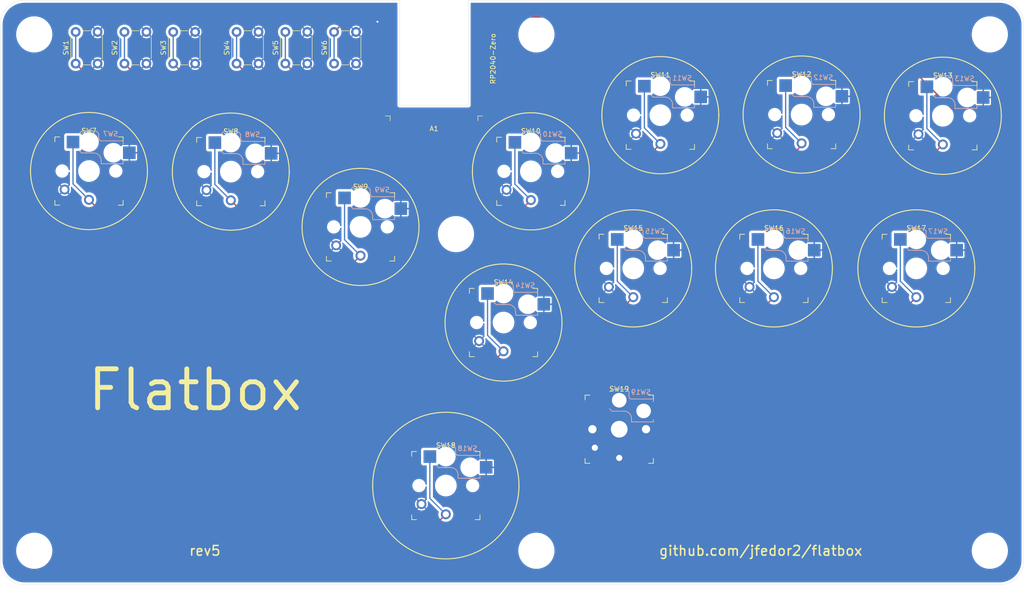
<source format=kicad_pcb>
(kicad_pcb (version 20221018) (generator pcbnew)
  (layers (0 "F.Cu" signal) (31 "B.Cu" signal) (34 "B.Paste" user) (35 "F.Paste" user) (36 "B.SilkS" user "B.Silkscreen") (37 "F.SilkS" user "F.Silkscreen") (38 "B.Mask" user) (39 "F.Mask" user) (44 "Edge.Cuts" user))
  (net 0 "")
  (net 1 "GND")
  (net 2 "LEFT")
  (net 3 "DOWN")
  (net 4 "RIGHT")
  (net 5 "UP")
  (net 6 "L1")
  (net 7 "R1")
  (net 8 "TRIANGLE")
  (net 9 "SQUARE")
  (net 10 "CIRCLE")
  (net 11 "CROSS")
  (net 12 "R2")
  (net 13 "L2")
  (net 14 "OPT1")
  (net 15 "OPT2")
  (net 16 "OPT3")
  (net 17 "OPT4")
  (net 18 "OPT5")
  (net 19 "OPT6")
  (net 21 "ADD")
  (footprint "Kailh:Kailh_socket_PG1350_optional" (layer "F.Cu") (at 87.32 65.17)
    (fp_text reference "SW8" (at 0 -8.255) (layer "F.SilkS"))
    (fp_text value "SW_Push")
    (fp_text user "${REFERENCE}" (at 4.445 -7.62) (layer "B.SilkS") (effects (justify mirror)))
    (pad "" np_thru_hole circle (at -5.5 0) (size 1.7018 1.7018) (drill 1.7018) (layers "*.Cu" "*.Mask"))
    (pad "" np_thru_hole circle (at 0 -5.95) (size 3 3) (drill 3) (layers "*.Cu" "*.Mask"))
    (pad "" np_thru_hole circle (at 0 0) (size 3.429 3.429) (drill 3.429) (layers "*.Cu" "*.Mask"))
    (pad "" np_thru_hole circle (at 5 -3.75) (size 3 3) (drill 3) (layers "*.Cu" "*.Mask"))
    (pad "" np_thru_hole circle (at 5.5 0) (size 1.7018 1.7018) (drill 1.7018) (layers "*.Cu" "*.Mask"))
    (pad "1" smd rect (at -3.275 -5.95) (size 2.6 2.6) (layers "B.Cu" "B.Paste" "B.Mask") (net 3 "DOWN"))
    (pad "1" thru_hole circle (at 0 5.9) (size 2.032 2.032) (drill 1.27) (layers "*.Cu" "*.Mask") (net 3 "DOWN"))
    (pad "2" thru_hole circle (at -5 3.8) (size 2.032 2.032) (drill 1.27) (layers "*.Cu" "*.Mask") (net 1 "GND"))
    (pad "2" smd rect (at 8.275 -3.75) (size 2.6 2.6) (layers "B.Cu" "B.Paste" "B.Mask") (net 1 "GND"))
  )
  (footprint "Kailh:Kailh_socket_PG1350_optional" (layer "F.Cu") (at 113.92 76.52)
    (fp_text reference "SW9" (at 0 -8.255) (layer "F.SilkS"))
    (fp_text value "SW_Push")
    (fp_text user "${REFERENCE}" (at 4.445 -7.62) (layer "B.SilkS") (effects (justify mirror)))
    (pad "" np_thru_hole circle (at -5.5 0) (size 1.7018 1.7018) (drill 1.7018) (layers "*.Cu" "*.Mask"))
    (pad "" np_thru_hole circle (at 0 -5.95) (size 3 3) (drill 3) (layers "*.Cu" "*.Mask"))
    (pad "" np_thru_hole circle (at 0 0) (size 3.429 3.429) (drill 3.429) (layers "*.Cu" "*.Mask"))
    (pad "" np_thru_hole circle (at 5 -3.75) (size 3 3) (drill 3) (layers "*.Cu" "*.Mask"))
    (pad "" np_thru_hole circle (at 5.5 0) (size 1.7018 1.7018) (drill 1.7018) (layers "*.Cu" "*.Mask"))
    (pad "1" smd rect (at -3.275 -5.95) (size 2.6 2.6) (layers "B.Cu" "B.Paste" "B.Mask") (net 4 "RIGHT"))
    (pad "1" thru_hole circle (at 0 5.9) (size 2.032 2.032) (drill 1.27) (layers "*.Cu" "*.Mask") (net 4 "RIGHT"))
    (pad "2" thru_hole circle (at -5 3.8) (size 2.032 2.032) (drill 1.27) (layers "*.Cu" "*.Mask") (net 1 "GND"))
    (pad "2" smd rect (at 8.275 -3.75) (size 2.6 2.6) (layers "B.Cu" "B.Paste" "B.Mask") (net 1 "GND"))
  )
  (footprint "Kailh:Kailh_socket_PG1350_optional" (layer "F.Cu") (at 131.42 129.62)
    (fp_text reference "SW18" (at 0 -8.255) (layer "F.SilkS"))
    (fp_text value "SW_Push")
    (fp_text user "${REFERENCE}" (at 4.445 -7.62) (layer "B.SilkS") (effects (justify mirror)))
    (pad "" np_thru_hole circle (at -5.5 0) (size 1.7018 1.7018) (drill 1.7018) (layers "*.Cu" "*.Mask"))
    (pad "" np_thru_hole circle (at 0 -5.95) (size 3 3) (drill 3) (layers "*.Cu" "*.Mask"))
    (pad "" np_thru_hole circle (at 0 0) (size 3.429 3.429) (drill 3.429) (layers "*.Cu" "*.Mask"))
    (pad "" np_thru_hole circle (at 5 -3.75) (size 3 3) (drill 3) (layers "*.Cu" "*.Mask"))
    (pad "" np_thru_hole circle (at 5.5 0) (size 1.7018 1.7018) (drill 1.7018) (layers "*.Cu" "*.Mask"))
    (pad "1" smd rect (at -3.275 -5.95) (size 2.6 2.6) (layers "B.Cu" "B.Paste" "B.Mask") (net 5 "UP"))
    (pad "1" thru_hole circle (at 0 5.9) (size 2.032 2.032) (drill 1.27) (layers "*.Cu" "*.Mask") (net 5 "UP"))
    (pad "2" thru_hole circle (at -5 3.8) (size 2.032 2.032) (drill 1.27) (layers "*.Cu" "*.Mask") (net 1 "GND"))
    (pad "2" smd rect (at 8.275 -3.75) (size 2.6 2.6) (layers "B.Cu" "B.Paste" "B.Mask") (net 1 "GND"))
  )
  (footprint "Kailh:Kailh_socket_PG1350_optional" (layer "F.Cu") (at 148.86 65.11)
    (fp_text reference "SW10" (at 0 -8.255) (layer "F.SilkS"))
    (fp_text value "SW_Push")
    (fp_text user "${REFERENCE}" (at 4.445 -7.62) (layer "B.SilkS") (effects (justify mirror)))
    (pad "" np_thru_hole circle (at -5.5 0) (size 1.7018 1.7018) (drill 1.7018) (layers "*.Cu" "*.Mask"))
    (pad "" np_thru_hole circle (at 0 -5.95) (size 3 3) (drill 3) (layers "*.Cu" "*.Mask"))
    (pad "" np_thru_hole circle (at 0 0) (size 3.429 3.429) (drill 3.429) (layers "*.Cu" "*.Mask"))
    (pad "" np_thru_hole circle (at 5 -3.75) (size 3 3) (drill 3) (layers "*.Cu" "*.Mask"))
    (pad "" np_thru_hole circle (at 5.5 0) (size 1.7018 1.7018) (drill 1.7018) (layers "*.Cu" "*.Mask"))
    (pad "1" smd rect (at -3.275 -5.95) (size 2.6 2.6) (layers "B.Cu" "B.Paste" "B.Mask") (net 9 "SQUARE"))
    (pad "1" thru_hole circle (at 0 5.9) (size 2.032 2.032) (drill 1.27) (layers "*.Cu" "*.Mask") (net 9 "SQUARE"))
    (pad "2" thru_hole circle (at -5 3.8) (size 2.032 2.032) (drill 1.27) (layers "*.Cu" "*.Mask") (net 1 "GND"))
    (pad "2" smd rect (at 8.275 -3.75) (size 2.6 2.6) (layers "B.Cu" "B.Paste" "B.Mask") (net 1 "GND"))
  )
  (footprint "Kailh:Kailh_socket_PG1350_optional" (layer "F.Cu") (at 175.42 53.58)
    (fp_text reference "SW11" (at 0 -8.255) (layer "F.SilkS"))
    (fp_text value "SW_Push")
    (fp_text user "${REFERENCE}" (at 4.445 -7.62) (layer "B.SilkS") (effects (justify mirror)))
    (pad "" np_thru_hole circle (at -5.5 0) (size 1.7018 1.7018) (drill 1.7018) (layers "*.Cu" "*.Mask"))
    (pad "" np_thru_hole circle (at 0 -5.95) (size 3 3) (drill 3) (layers "*.Cu" "*.Mask"))
    (pad "" np_thru_hole circle (at 0 0) (size 3.429 3.429) (drill 3.429) (layers "*.Cu" "*.Mask"))
    (pad "" np_thru_hole circle (at 5 -3.75) (size 3 3) (drill 3) (layers "*.Cu" "*.Mask"))
    (pad "" np_thru_hole circle (at 5.5 0) (size 1.7018 1.7018) (drill 1.7018) (layers "*.Cu" "*.Mask"))
    (pad "1" smd rect (at -3.275 -5.95) (size 2.6 2.6) (layers "B.Cu" "B.Paste" "B.Mask") (net 8 "TRIANGLE"))
    (pad "1" thru_hole circle (at 0 5.9) (size 2.032 2.032) (drill 1.27) (layers "*.Cu" "*.Mask") (net 8 "TRIANGLE"))
    (pad "2" thru_hole circle (at -5 3.8) (size 2.032 2.032) (drill 1.27) (layers "*.Cu" "*.Mask") (net 1 "GND"))
    (pad "2" smd rect (at 8.275 -3.75) (size 2.6 2.6) (layers "B.Cu" "B.Paste" "B.Mask") (net 1 "GND"))
  )
  (footprint "Kailh:Kailh_socket_PG1350_optional" (layer "F.Cu") (at 204.39 53.46)
    (fp_text reference "SW12" (at 0 -8.255) (layer "F.SilkS"))
    (fp_text value "SW_Push")
    (fp_text user "${REFERENCE}" (at 4.445 -7.62) (layer "B.SilkS") (effects (justify mirror)))
    (pad "" np_thru_hole circle (at -5.5 0) (size 1.7018 1.7018) (drill 1.7018) (layers "*.Cu" "*.Mask"))
    (pad "" np_thru_hole circle (at 0 -5.95) (size 3 3) (drill 3) (layers "*.Cu" "*.Mask"))
    (pad "" np_thru_hole circle (at 0 0) (size 3.429 3.429) (drill 3.429) (layers "*.Cu" "*.Mask"))
    (pad "" np_thru_hole circle (at 5 -3.75) (size 3 3) (drill 3) (layers "*.Cu" "*.Mask"))
    (pad "" np_thru_hole circle (at 5.5 0) (size 1.7018 1.7018) (drill 1.7018) (layers "*.Cu" "*.Mask"))
    (pad "1" smd rect (at -3.275 -5.95) (size 2.6 2.6) (layers "B.Cu" "B.Paste" "B.Mask") (net 7 "R1"))
    (pad "1" thru_hole circle (at 0 5.9) (size 2.032 2.032) (drill 1.27) (layers "*.Cu" "*.Mask") (net 7 "R1"))
    (pad "2" thru_hole circle (at -5 3.8) (size 2.032 2.032) (drill 1.27) (layers "*.Cu" "*.Mask") (net 1 "GND"))
    (pad "2" smd rect (at 8.275 -3.75) (size 2.6 2.6) (layers "B.Cu" "B.Paste" "B.Mask") (net 1 "GND"))
  )
  (footprint "Kailh:Kailh_socket_PG1350_optional" (layer "F.Cu") (at 233.36 53.7)
    (fp_text reference "SW13" (at 0 -8.255) (layer "F.SilkS"))
    (fp_text value "SW_Push")
    (fp_text user "${REFERENCE}" (at 4.445 -7.62) (layer "B.SilkS") (effects (justify mirror)))
    (pad "" np_thru_hole circle (at -5.5 0) (size 1.7018 1.7018) (drill 1.7018) (layers "*.Cu" "*.Mask"))
    (pad "" np_thru_hole circle (at 0 -5.95) (size 3 3) (drill 3) (layers "*.Cu" "*.Mask"))
    (pad "" np_thru_hole circle (at 0 0) (size 3.429 3.429) (drill 3.429) (layers "*.Cu" "*.Mask"))
    (pad "" np_thru_hole circle (at 5 -3.75) (size 3 3) (drill 3) (layers "*.Cu" "*.Mask"))
    (pad "" np_thru_hole circle (at 5.5 0) (size 1.7018 1.7018) (drill 1.7018) (layers "*.Cu" "*.Mask"))
    (pad "1" smd rect (at -3.275 -5.95) (size 2.6 2.6) (layers "B.Cu" "B.Paste" "B.Mask") (net 6 "L1"))
    (pad "1" thru_hole circle (at 0 5.9) (size 2.032 2.032) (drill 1.27) (layers "*.Cu" "*.Mask") (net 6 "L1"))
    (pad "2" thru_hole circle (at -5 3.8) (size 2.032 2.032) (drill 1.27) (layers "*.Cu" "*.Mask") (net 1 "GND"))
    (pad "2" smd rect (at 8.275 -3.75) (size 2.6 2.6) (layers "B.Cu" "B.Paste" "B.Mask") (net 1 "GND"))
  )
  (footprint "Kailh:Kailh_socket_PG1350_optional" (layer "F.Cu") (at 143.25 96.15)
    (fp_text reference "SW14" (at 0 -8.255) (layer "F.SilkS"))
    (fp_text value "SW_Push")
    (fp_text user "${REFERENCE}" (at 4.445 -7.62) (layer "B.SilkS") (effects (justify mirror)))
    (pad "" np_thru_hole circle (at -5.5 0) (size 1.7018 1.7018) (drill 1.7018) (layers "*.Cu" "*.Mask"))
    (pad "" np_thru_hole circle (at 0 -5.95) (size 3 3) (drill 3) (layers "*.Cu" "*.Mask"))
    (pad "" np_thru_hole circle (at 0 0) (size 3.429 3.429) (drill 3.429) (layers "*.Cu" "*.Mask"))
    (pad "" np_thru_hole circle (at 5 -3.75) (size 3 3) (drill 3) (layers "*.Cu" "*.Mask"))
    (pad "" np_thru_hole circle (at 5.5 0) (size 1.7018 1.7018) (drill 1.7018) (layers "*.Cu" "*.Mask"))
    (pad "1" smd rect (at -3.275 -5.95) (size 2.6 2.6) (layers "B.Cu" "B.Paste" "B.Mask") (net 11 "CROSS"))
    (pad "1" thru_hole circle (at 0 5.9) (size 2.032 2.032) (drill 1.27) (layers "*.Cu" "*.Mask") (net 11 "CROSS"))
    (pad "2" thru_hole circle (at -5 3.8) (size 2.032 2.032) (drill 1.27) (layers "*.Cu" "*.Mask") (net 1 "GND"))
    (pad "2" smd rect (at 8.275 -3.75) (size 2.6 2.6) (layers "B.Cu" "B.Paste" "B.Mask") (net 1 "GND"))
  )
  (footprint "Kailh:Kailh_socket_PG1350_optional" (layer "F.Cu") (at 169.86 85.04)
    (fp_text reference "SW15" (at 0 -8.255) (layer "F.SilkS"))
    (fp_text value "SW_Push")
    (fp_text user "${REFERENCE}" (at 4.445 -7.62) (layer "B.SilkS") (effects (justify mirror)))
    (pad "" np_thru_hole circle (at -5.5 0) (size 1.7018 1.7018) (drill 1.7018) (layers "*.Cu" "*.Mask"))
    (pad "" np_thru_hole circle (at 0 -5.95) (size 3 3) (drill 3) (layers "*.Cu" "*.Mask"))
    (pad "" np_thru_hole circle (at 0 0) (size 3.429 3.429) (drill 3.429) (layers "*.Cu" "*.Mask"))
    (pad "" np_thru_hole circle (at 5 -3.75) (size 3 3) (drill 3) (layers "*.Cu" "*.Mask"))
    (pad "" np_thru_hole circle (at 5.5 0) (size 1.7018 1.7018) (drill 1.7018) (layers "*.Cu" "*.Mask"))
    (pad "1" smd rect (at -3.275 -5.95) (size 2.6 2.6) (layers "B.Cu" "B.Paste" "B.Mask") (net 10 "CIRCLE"))
    (pad "1" thru_hole circle (at 0 5.9) (size 2.032 2.032) (drill 1.27) (layers "*.Cu" "*.Mask") (net 10 "CIRCLE"))
    (pad "2" thru_hole circle (at -5 3.8) (size 2.032 2.032) (drill 1.27) (layers "*.Cu" "*.Mask") (net 1 "GND"))
    (pad "2" smd rect (at 8.275 -3.75) (size 2.6 2.6) (layers "B.Cu" "B.Paste" "B.Mask") (net 1 "GND"))
  )
  (footprint "Kailh:Kailh_socket_PG1350_optional" (layer "F.Cu") (at 198.71 85.04)
    (fp_text reference "SW16" (at 0 -8.255) (layer "F.SilkS"))
    (fp_text value "SW_Push")
    (fp_text user "${REFERENCE}" (at 4.445 -7.62) (layer "B.SilkS") (effects (justify mirror)))
    (pad "" np_thru_hole circle (at -5.5 0) (size 1.7018 1.7018) (drill 1.7018) (layers "*.Cu" "*.Mask"))
    (pad "" np_thru_hole circle (at 0 -5.95) (size 3 3) (drill 3) (layers "*.Cu" "*.Mask"))
    (pad "" np_thru_hole circle (at 0 0) (size 3.429 3.429) (drill 3.429) (layers "*.Cu" "*.Mask"))
    (pad "" np_thru_hole circle (at 5 -3.75) (size 3 3) (drill 3) (layers "*.Cu" "*.Mask"))
    (pad "" np_thru_hole circle (at 5.5 0) (size 1.7018 1.7018) (drill 1.7018) (layers "*.Cu" "*.Mask"))
    (pad "1" smd rect (at -3.275 -5.95) (size 2.6 2.6) (layers "B.Cu" "B.Paste" "B.Mask") (net 12 "R2"))
    (pad "1" thru_hole circle (at 0 5.9) (size 2.032 2.032) (drill 1.27) (layers "*.Cu" "*.Mask") (net 12 "R2"))
    (pad "2" thru_hole circle (at -5 3.8) (size 2.032 2.032) (drill 1.27) (layers "*.Cu" "*.Mask") (net 1 "GND"))
    (pad "2" smd rect (at 8.275 -3.75) (size 2.6 2.6) (layers "B.Cu" "B.Paste" "B.Mask") (net 1 "GND"))
  )
  (footprint "Kailh:Kailh_socket_PG1350_optional" (layer "F.Cu") (at 227.92 85.04)
    (fp_text reference "SW17" (at 0 -8.255) (layer "F.SilkS"))
    (fp_text value "SW_Push")
    (fp_text user "${REFERENCE}" (at 4.445 -7.62) (layer "B.SilkS") (effects (justify mirror)))
    (pad "" np_thru_hole circle (at -5.5 0) (size 1.7018 1.7018) (drill 1.7018) (layers "*.Cu" "*.Mask"))
    (pad "" np_thru_hole circle (at 0 -5.95) (size 3 3) (drill 3) (layers "*.Cu" "*.Mask"))
    (pad "" np_thru_hole circle (at 0 0) (size 3.429 3.429) (drill 3.429) (layers "*.Cu" "*.Mask"))
    (pad "" np_thru_hole circle (at 5 -3.75) (size 3 3) (drill 3) (layers "*.Cu" "*.Mask"))
    (pad "" np_thru_hole circle (at 5.5 0) (size 1.7018 1.7018) (drill 1.7018) (layers "*.Cu" "*.Mask"))
    (pad "1" smd rect (at -3.275 -5.95) (size 2.6 2.6) (layers "B.Cu" "B.Paste" "B.Mask") (net 13 "L2"))
    (pad "1" thru_hole circle (at 0 5.9) (size 2.032 2.032) (drill 1.27) (layers "*.Cu" "*.Mask") (net 13 "L2"))
    (pad "2" thru_hole circle (at -5 3.8) (size 2.032 2.032) (drill 1.27) (layers "*.Cu" "*.Mask") (net 1 "GND"))
    (pad "2" smd rect (at 8.275 -3.75) (size 2.6 2.6) (layers "B.Cu" "B.Paste" "B.Mask") (net 1 "GND"))
  )
  (footprint "MountingHole:MountingHole_6.4mm_M6" (layer "F.Cu") (at 47 37)
    (fp_text reference "H1" hide)
    (fp_text value "MountingHole")
    (pad "" np_thru_hole circle (at 0 0) (size 6.4 6.4) (drill 6.4) (layers "*.Cu" "*.Mask"))
  )
  (footprint "MountingHole:MountingHole_6.4mm_M6" (layer "F.Cu") (at 47 143)
    (fp_text reference "H4" hide)
    (fp_text value "MountingHole")
    (pad "" np_thru_hole circle (at 0 0) (size 6.4 6.4) (drill 6.4) (layers "*.Cu" "*.Mask"))
  )
  (footprint "MountingHole:MountingHole_6.4mm_M6" (layer "F.Cu") (at 243 143)
    (fp_text reference "H6" hide)
    (fp_text value "MountingHole")
    (pad "" np_thru_hole circle (at 0 0) (size 6.4 6.4) (drill 6.4) (layers "*.Cu" "*.Mask"))
  )
  (footprint "MountingHole:MountingHole_6.4mm_M6" (layer "F.Cu") (at 243 37)
    (fp_text reference "H3" hide)
    (fp_text value "MountingHole")
    (pad "" np_thru_hole circle (at 0 0) (size 6.4 6.4) (drill 6.4) (layers "*.Cu" "*.Mask"))
  )
  (footprint "Kailh:Kailh_socket_PG1350_optional" (layer "F.Cu") (at 58.225 65.05)
    (fp_text reference "SW7" (at 0 -8.255) (layer "F.SilkS"))
    (fp_text value "SW_Push")
    (fp_text user "${REFERENCE}" (at 4.445 -7.62) (layer "B.SilkS") (effects (justify mirror)))
    (pad "" np_thru_hole circle (at -5.5 0) (size 1.7018 1.7018) (drill 1.7018) (layers "*.Cu" "*.Mask"))
    (pad "" np_thru_hole circle (at 0 -5.95) (size 3 3) (drill 3) (layers "*.Cu" "*.Mask"))
    (pad "" np_thru_hole circle (at 0 0) (size 3.429 3.429) (drill 3.429) (layers "*.Cu" "*.Mask"))
    (pad "" np_thru_hole circle (at 5 -3.75) (size 3 3) (drill 3) (layers "*.Cu" "*.Mask"))
    (pad "" np_thru_hole circle (at 5.5 0) (size 1.7018 1.7018) (drill 1.7018) (layers "*.Cu" "*.Mask"))
    (pad "1" smd rect (at -3.275 -5.95) (size 2.6 2.6) (layers "B.Cu" "B.Paste" "B.Mask") (net 2 "LEFT"))
    (pad "1" thru_hole circle (at 0 5.9) (size 2.032 2.032) (drill 1.27) (layers "*.Cu" "*.Mask") (net 2 "LEFT"))
    (pad "2" thru_hole circle (at -5 3.8) (size 2.032 2.032) (drill 1.27) (layers "*.Cu" "*.Mask") (net 1 "GND"))
    (pad "2" smd rect (at 8.275 -3.75) (size 2.6 2.6) (layers "B.Cu" "B.Paste" "B.Mask") (net 1 "GND"))
  )
  (footprint "MountingHole:MountingHole_6.4mm_M6" (layer "F.Cu") (at 150 37)
    (fp_text reference "H2" hide)
    (fp_text value "MountingHole")
    (pad "" np_thru_hole circle (at 0 0) (size 6.4 6.4) (drill 6.4) (layers "*.Cu" "*.Mask"))
  )
  (footprint "Button_Switch_THT:SW_PUSH_6mm_H5mm" (layer "F.Cu") (at 88.5 43 90)
    (fp_text reference "SW4" (at 3.25 -2 90) (layer "F.SilkS"))
    (fp_text value "SW_Push")
    (pad "1" thru_hole circle (at 0 0 180) (size 2 2) (drill 1.1) (layers "*.Cu" "*.Mask") (net 17 "OPT4"))
    (pad "1" thru_hole circle (at 6.5 0 180) (size 2 2) (drill 1.1) (layers "*.Cu" "*.Mask") (net 17 "OPT4"))
    (pad "2" thru_hole circle (at 0 4.5 180) (size 2 2) (drill 1.1) (layers "*.Cu" "*.Mask") (net 1 "GND"))
    (pad "2" thru_hole circle (at 6.5 4.5 180) (size 2 2) (drill 1.1) (layers "*.Cu" "*.Mask") (net 1 "GND"))
  )
  (footprint "Button_Switch_THT:SW_PUSH_6mm_H5mm" (layer "F.Cu") (at 65.5 43 90)
    (fp_text reference "SW2" (at 3.25 -2 90) (layer "F.SilkS"))
    (fp_text value "SW_Push")
    (pad "1" thru_hole circle (at 0 0 180) (size 2 2) (drill 1.1) (layers "*.Cu" "*.Mask") (net 15 "OPT2"))
    (pad "1" thru_hole circle (at 6.5 0 180) (size 2 2) (drill 1.1) (layers "*.Cu" "*.Mask") (net 15 "OPT2"))
    (pad "2" thru_hole circle (at 0 4.5 180) (size 2 2) (drill 1.1) (layers "*.Cu" "*.Mask") (net 1 "GND"))
    (pad "2" thru_hole circle (at 6.5 4.5 180) (size 2 2) (drill 1.1) (layers "*.Cu" "*.Mask") (net 1 "GND"))
  )
  (footprint "Button_Switch_THT:SW_PUSH_6mm_H5mm" (layer "F.Cu") (at 98.5 43 90)
    (fp_text reference "SW5" (at 3.25 -2 90) (layer "F.SilkS"))
    (fp_text value "SW_Push")
    (pad "1" thru_hole circle (at 0 0 180) (size 2 2) (drill 1.1) (layers "*.Cu" "*.Mask") (net 18 "OPT5"))
    (pad "1" thru_hole circle (at 6.5 0 180) (size 2 2) (drill 1.1) (layers "*.Cu" "*.Mask") (net 18 "OPT5"))
    (pad "2" thru_hole circle (at 0 4.5 180) (size 2 2) (drill 1.1) (layers "*.Cu" "*.Mask") (net 1 "GND"))
    (pad "2" thru_hole circle (at 6.5 4.5 180) (size 2 2) (drill 1.1) (layers "*.Cu" "*.Mask") (net 1 "GND"))
  )
  (footprint "Button_Switch_THT:SW_PUSH_6mm_H5mm" (layer "F.Cu") (at 55.5 43 90)
    (fp_text reference "SW1" (at 3.25 -2 90) (layer "F.SilkS"))
    (fp_text value "SW_Push")
    (pad "1" thru_hole circle (at 0 0 180) (size 2 2) (drill 1.1) (layers "*.Cu" "*.Mask") (net 14 "OPT1"))
    (pad "1" thru_hole circle (at 6.5 0 180) (size 2 2) (drill 1.1) (layers "*.Cu" "*.Mask") (net 14 "OPT1"))
    (pad "2" thru_hole circle (at 0 4.5 180) (size 2 2) (drill 1.1) (layers "*.Cu" "*.Mask") (net 1 "GND"))
    (pad "2" thru_hole circle (at 6.5 4.5 180) (size 2 2) (drill 1.1) (layers "*.Cu" "*.Mask") (net 1 "GND"))
  )
  (footprint "Button_Switch_THT:SW_PUSH_6mm_H5mm" (layer "F.Cu") (at 75.5 43 90)
    (fp_text reference "SW3" (at 3.25 -2 90) (layer "F.SilkS"))
    (fp_text value "SW_Push")
    (pad "1" thru_hole circle (at 0 0 180) (size 2 2) (drill 1.1) (layers "*.Cu" "*.Mask") (net 16 "OPT3"))
    (pad "1" thru_hole circle (at 6.5 0 180) (size 2 2) (drill 1.1) (layers "*.Cu" "*.Mask") (net 16 "OPT3"))
    (pad "2" thru_hole circle (at 0 4.5 180) (size 2 2) (drill 1.1) (layers "*.Cu" "*.Mask") (net 1 "GND"))
    (pad "2" thru_hole circle (at 6.5 4.5 180) (size 2 2) (drill 1.1) (layers "*.Cu" "*.Mask") (net 1 "GND"))
  )
  (footprint "Button_Switch_THT:SW_PUSH_6mm_H5mm" (layer "F.Cu") (at 108.5 43 90)
    (fp_text reference "SW6" (at 3.25 -2 90) (layer "F.SilkS"))
    (fp_text value "SW_Push")
    (pad "1" thru_hole circle (at 0 0 180) (size 2 2) (drill 1.1) (layers "*.Cu" "*.Mask") (net 19 "OPT6"))
    (pad "1" thru_hole circle (at 6.5 0 180) (size 2 2) (drill 1.1) (layers "*.Cu" "*.Mask") (net 19 "OPT6"))
    (pad "2" thru_hole circle (at 0 4.5 180) (size 2 2) (drill 1.1) (layers "*.Cu" "*.Mask") (net 1 "GND"))
    (pad "2" thru_hole circle (at 6.5 4.5 180) (size 2 2) (drill 1.1) (layers "*.Cu" "*.Mask") (net 1 "GND"))
  )
  (footprint "MountingHole:MountingHole_6.4mm_M6" (layer "F.Cu") (at 133.5 78)
    (fp_text reference "H7" hide)
    (fp_text value "MountingHole")
    (pad "" np_thru_hole circle (at 0 0) (size 6.4 6.4) (drill 6.4) (layers "*.Cu" "*.Mask"))
  )
  (footprint "MountingHole:MountingHole_6.4mm_M6" (layer "F.Cu") (at 150 143)
    (fp_text reference "H5" hide)
    (fp_text value "MountingHole")
    (pad "" np_thru_hole circle (at 0 0) (size 6.4 6.4) (drill 6.4) (layers "*.Cu" "*.Mask"))
  )
  (footprint "RP2040-Zero:RP2040-Zero" (layer "F.Cu") (at 129 42)
    (fp_text reference "A1" (at 0 14.35 unlocked) (layer "F.SilkS"))
    (fp_text value "RP2040-Zero")
    (pad "1" smd roundrect (at 9.16 -10.16 180) (size 3 1.524) (layers "F.Cu" "F.Paste" "F.Mask"))
    (pad "2" smd roundrect (at 9.16 -7.62 180) (size 3 1.524) (layers "F.Cu" "F.Paste" "F.Mask") (net 21 "ADD"))
    (pad "3" smd roundrect (at 9.16 -5.08 180) (size 3 1.524) (layers "F.Cu" "F.Paste" "F.Mask") (net 6 "L1"))
    (pad "4" smd roundrect (at 9.16 -2.54 180) (size 3 1.524) (layers "F.Cu" "F.Paste" "F.Mask") (net 13 "L2"))
    (pad "5" smd roundrect (at 9.16 0 180) (size 3 1.524) (layers "F.Cu" "F.Paste" "F.Mask") (net 7 "R1"))
    (pad "6" smd roundrect (at 9.16 2.54 180) (size 3 1.524) (layers "F.Cu" "F.Paste" "F.Mask") (net 12 "R2"))
    (pad "7" smd roundrect (at 9.16 5.08 180) (size 3 1.524) (layers "F.Cu" "F.Paste" "F.Mask") (net 8 "TRIANGLE"))
    (pad "8" smd roundrect (at 9.16 7.62 180) (size 3 1.524) (layers "F.Cu" "F.Paste" "F.Mask") (net 10 "CIRCLE"))
    (pad "9" smd roundrect (at 9.16 10.16 180) (size 3 1.524) (layers "F.Cu" "F.Paste" "F.Mask") (net 9 "SQUARE"))
    (pad "10" smd roundrect (at 5.08 11.7 270) (size 3 1.524) (layers "F.Cu" "F.Paste" "F.Mask") (net 11 "CROSS"))
    (pad "11" smd roundrect (at 2.54 11.7 270) (size 3 1.524) (layers "F.Cu" "F.Paste" "F.Mask") (net 5 "UP"))
    (pad "12" smd roundrect (at 0 11.7 270) (size 3 1.524) (layers "F.Cu" "F.Paste" "F.Mask") (net 4 "RIGHT"))
    (pad "13" smd roundrect (at -2.54 11.7 270) (size 3 1.524) (layers "F.Cu" "F.Paste" "F.Mask") (net 3 "DOWN"))
    (pad "14" smd roundrect (at -5.08 11.7 90) (size 3 1.524) (layers "F.Cu" "F.Paste" "F.Mask") (net 2 "LEFT"))
    (pad "15" smd roundrect (at -9.16 10.16 180) (size 3 1.524) (layers "F.Cu" "F.Paste" "F.Mask") (net 14 "OPT1"))
    (pad "16" smd roundrect (at -9.16 7.62 180) (size 3 1.524) (layers "F.Cu" "F.Paste" "F.Mask") (net 15 "OPT2"))
    (pad "17" smd roundrect (at -9.16 5.08 180) (size 3 1.524) (layers "F.Cu" "F.Paste" "F.Mask") (net 16 "OPT3"))
    (pad "18" smd roundrect (at -9.16 2.54 180) (size 3 1.524) (layers "F.Cu" "F.Paste" "F.Mask") (net 17 "OPT4"))
    (pad "19" smd roundrect (at -9.16 0 180) (size 3 1.524) (layers "F.Cu" "F.Paste" "F.Mask") (net 18 "OPT5"))
    (pad "20" smd roundrect (at -9.16 -2.54 180) (size 3 1.524) (layers "F.Cu" "F.Paste" "F.Mask") (net 19 "OPT6"))
    (pad "21" smd roundrect (at -9.16 -5.08 180) (size 3 1.524) (layers "F.Cu" "F.Paste" "F.Mask"))
    (pad "22" smd roundrect (at -9.16 -10.16 180) (size 3 1.524) (layers "F.Cu" "F.Paste" "F.Mask"))
    (pad "23" smd roundrect (at -9.16 -7.62 180) (size 3 1.524) (layers "F.Cu" "F.Paste" "F.Mask") (net 1 "GND"))
  )
  (footprint "Kailh:Kailh_socket_PG1350_optional" (layer "F.Cu") (at 166.985 118.05)
    (fp_text reference "SW19" (at 0 -8.255) (layer "F.SilkS"))
    (fp_text value "SW_Push")
    (fp_text user "${REFERENCE}" (at 4.445 -7.62) (layer "B.SilkS") (effects (justify mirror)))
    (pad "" np_thru_hole circle (at -5.5 0) (size 1.7018 1.7018) (drill 1.7018) (layers "*.Cu" "*.Mask"))
    (pad "" np_thru_hole circle (at 0 -5.95) (size 3 3) (drill 3) (layers "*.Cu" "*.Mask"))
    (pad "" np_thru_hole circle (at 0 0) (size 3.429 3.429) (drill 3.429) (layers "*.Cu" "*.Mask"))
    (pad "" np_thru_hole circle (at 5 -3.75) (size 3 3) (drill 3) (layers "*.Cu" "*.Mask"))
    (pad "" np_thru_hole circle (at 5.5 0) (size 1.7018 1.7018) (drill 1.7018) (layers "*.Cu" "*.Mask"))
    (pad "1" smd rect (at -3.275 -5.95) (size 2.6 2.6) (layers "B.Cu" "B.Paste" "B.Mask") (net 21 "ADD"))
    (pad "1" thru_hole circle (at 0 5.9) (size 2.032 2.032) (drill 1.27) (layers "*.Cu" "*.Mask") (net 21 "ADD"))
    (pad "2" thru_hole circle (at -5 3.8) (size 2.032 2.032) (drill 1.27) (layers "*.Cu" "*.Mask") (net 1 "GND"))
    (pad "2" smd rect (at 8.275 -3.75) (size 2.6 2.6) (layers "B.Cu" "B.Paste" "B.Mask") (net 1 "GND"))
  )
  (gr_line (start 216.382567 53.463258) (end 216.382567 53.463258) (stroke (width 0.2)) (layer "F.SilkS"))
  (gr_line (start 245.355098 53.699766) (end 245.355098 53.699766) (stroke (width 0.2)) (layer "F.SilkS"))
  (gr_curve (pts (xy 75.320345 65.17053) (xy 75.320345 60.873617) (xy 77.606529 56.903105) (xy 81.317714 54.754648)) (stroke (width 0.2)) (layer "F.SilkS"))
  (gr_curve (pts (xy 93.312452 54.754648) (xy 97.023636 56.903105) (xy 99.309821 60.873617) (xy 99.309821 65.17053)) (stroke (width 0.2)) (layer "F.SilkS"))
  (gr_curve (pts (xy 181.412661 63.9974) (xy 177.701476 66.145857) (xy 173.129108 66.145857) (xy 169.417923 63.9974)) (stroke (width 0.2)) (layer "F.SilkS"))
  (gr_curve (pts (xy 233.918028 74.621539) (xy 237.629213 76.769996) (xy 239.915397 80.740507) (xy 239.915397 85.037421)) (stroke (width 0.2)) (layer "F.SilkS"))
  (gr_line (start 187.41003 53.581518) (end 187.41003 53.581518) (stroke (width 0.2)) (layer "F.SilkS"))
  (gr_curve (pts (xy 233.918028 95.453303) (xy 230.206843 97.601759) (xy 225.634475 97.601759) (xy 221.92329 95.453303)) (stroke (width 0.2)) (layer "F.SilkS"))
  (gr_curve (pts (xy 123.913745 142.649412) (xy 119.271238 139.9618) (xy 116.411337 134.994889) (xy 116.411337 129.619665)) (stroke (width 0.2)) (layer "F.SilkS"))
  (gr_curve (pts (xy 204.70893 95.453303) (xy 200.997745 97.601759) (xy 196.425377 97.601759) (xy 192.714192 95.453303)) (stroke (width 0.2)) (layer "F.SilkS"))
  (gr_curve (pts (xy 192.714192 74.621539) (xy 196.425377 72.473082) (xy 200.997745 72.473082) (xy 204.70893 74.621539)) (stroke (width 0.2)) (layer "F.SilkS"))
  (gr_curve (pts (xy 239.915397 85.037421) (xy 239.915397 89.334334) (xy 237.629213 93.304846) (xy 233.918028 95.453303)) (stroke (width 0.2)) (layer "F.SilkS"))
  (gr_curve (pts (xy 142.865684 75.530868) (xy 139.154499 73.382411) (xy 136.868315 69.4119) (xy 136.868315 65.114986)) (stroke (width 0.2)) (layer "F.SilkS"))
  (gr_curve (pts (xy 210.706299 85.037421) (xy 210.706299 89.334334) (xy 208.420115 93.304846) (xy 204.70893 95.453303)) (stroke (width 0.2)) (layer "F.SilkS"))
  (gr_curve (pts (xy 210.385198 43.047376) (xy 214.096383 45.195832) (xy 216.382567 49.166344) (xy 216.382567 53.463258)) (stroke (width 0.2)) (layer "F.SilkS"))
  (gr_line (start 181.852021 85.037421) (end 181.852021 85.037421) (stroke (width 0.2)) (layer "F.SilkS"))
  (gr_curve (pts (xy 221.92329 95.453303) (xy 218.212105 93.304846) (xy 215.925921 89.334334) (xy 215.925921 85.037421)) (stroke (width 0.2)) (layer "F.SilkS"))
  (gr_curve (pts (xy 93.312452 75.586412) (xy 89.601267 77.734869) (xy 85.028899 77.734869) (xy 81.317714 75.586412)) (stroke (width 0.2)) (layer "F.SilkS"))
  (gr_curve (pts (xy 175.854652 95.453303) (xy 172.143467 97.601759) (xy 167.571099 97.601759) (xy 163.859914 95.453303)) (stroke (width 0.2)) (layer "F.SilkS"))
  (gr_line (start 239.915397 85.037421) (end 239.915397 85.037421) (stroke (width 0.2)) (layer "F.SilkS"))
  (gr_curve (pts (xy 186.716823 85.037421) (xy 186.716823 80.740507) (xy 189.003008 76.769996) (xy 192.714192 74.621539)) (stroke (width 0.2)) (layer "F.SilkS"))
  (gr_curve (pts (xy 138.918561 142.649412) (xy 134.276055 145.337024) (xy 128.556251 145.337024) (xy 123.913745 142.649412)) (stroke (width 0.2)) (layer "F.SilkS"))
  (gr_curve (pts (xy 169.417923 43.165636) (xy 173.129108 41.01718) (xy 177.701476 41.01718) (xy 181.412661 43.165636)) (stroke (width 0.2)) (layer "F.SilkS"))
  (gr_curve (pts (xy 64.221646 54.636398) (xy 67.932831 56.784855) (xy 70.219015 60.755367) (xy 70.219015 65.05228)) (stroke (width 0.2)) (layer "F.SilkS"))
  (gr_curve (pts (xy 245.355098 53.699766) (xy 245.355097 60.342218) (xy 239.98487 65.72699) (xy 233.36036 65.72699)) (stroke (width 0.2)) (layer "F.SilkS"))
  (gr_curve (pts (xy 160.857791 65.114986) (xy 160.857791 69.4119) (xy 158.571607 73.382411) (xy 154.860422 75.530868)) (stroke (width 0.2)) (layer "F.SilkS"))
  (gr_curve (pts (xy 52.226909 54.636398) (xy 55.938093 52.487941) (xy 60.510462 52.487941) (xy 64.221646 54.636398)) (stroke (width 0.2)) (layer "F.SilkS"))
  (gr_curve (pts (xy 131.255108 96.153426) (xy 131.255108 91.856513) (xy 133.541293 87.886001) (xy 137.252477 85.737546)) (stroke (width 0.2)) (layer "F.SilkS"))
  (gr_curve (pts (xy 192.393091 53.463258) (xy 192.393091 49.166344) (xy 194.679275 45.195832) (xy 198.39046 43.047376)) (stroke (width 0.2)) (layer "F.SilkS"))
  (gr_curve (pts (xy 119.919904 86.938924) (xy 116.208719 89.08738) (xy 111.636351 89.08738) (xy 107.925166 86.938924)) (stroke (width 0.2)) (layer "F.SilkS"))
  (gr_curve (pts (xy 101.927798 76.523042) (xy 101.927798 72.226128) (xy 104.213982 68.255617) (xy 107.925166 66.10716)) (stroke (width 0.2)) (layer "F.SilkS"))
  (gr_curve (pts (xy 137.252477 85.737546) (xy 140.963662 83.589088) (xy 145.53603 83.589088) (xy 149.247215 85.737546)) (stroke (width 0.2)) (layer "F.SilkS"))
  (gr_curve (pts (xy 154.860422 54.699104) (xy 158.571607 56.847561) (xy 160.857791 60.818073) (xy 160.857791 65.114986)) (stroke (width 0.2)) (layer "F.SilkS"))
  (gr_curve (pts (xy 221.92329 74.621539) (xy 225.634475 72.473082) (xy 230.206843 72.473082) (xy 233.918028 74.621539)) (stroke (width 0.2)) (layer "F.SilkS"))
  (gr_line (start 155.244584 96.153426) (end 155.244584 96.153426) (stroke (width 0.2)) (layer "F.SilkS"))
  (gr_curve (pts (xy 181.852021 85.037421) (xy 181.852021 89.334334) (xy 179.565837 93.304846) (xy 175.854652 95.453303)) (stroke (width 0.2)) (layer "F.SilkS"))
  (gr_curve (pts (xy 138.918561 116.589918) (xy 143.561067 119.277529) (xy 146.420969 124.244441) (xy 146.420969 129.619665)) (stroke (width 0.2)) (layer "F.SilkS"))
  (gr_curve (pts (xy 64.221646 75.468162) (xy 60.510462 77.616619) (xy 55.938093 77.616619) (xy 52.226909 75.468162)) (stroke (width 0.2)) (layer "F.SilkS"))
  (gr_curve (pts (xy 227.362991 43.283884) (xy 231.074176 41.135427) (xy 235.646544 41.135427) (xy 239.357729 43.283884)) (stroke (width 0.2)) (layer "F.SilkS"))
  (gr_curve (pts (xy 169.417923 63.9974) (xy 165.706739 61.848943) (xy 163.420555 57.878432) (xy 163.420555 53.581518)) (stroke (width 0.2)) (layer "F.SilkS"))
  (gr_curve (pts (xy 116.411337 129.619665) (xy 116.411337 124.244441) (xy 119.271238 119.277529) (xy 123.913745 116.589918)) (stroke (width 0.2)) (layer "F.SilkS"))
  (gr_line (start 160.857791 65.114986) (end 160.857791 65.114986) (stroke (width 0.2)) (layer "F.SilkS"))
  (gr_curve (pts (xy 149.247215 85.737546) (xy 152.9584 87.886001) (xy 155.244584 91.856513) (xy 155.244584 96.153426)) (stroke (width 0.2)) (layer "F.SilkS"))
  (gr_curve (pts (xy 215.925921 85.037421) (xy 215.925921 80.740507) (xy 218.212105 76.769996) (xy 221.92329 74.621539)) (stroke (width 0.2)) (layer "F.SilkS"))
  (gr_curve (pts (xy 163.859914 95.453303) (xy 160.148729 93.304846) (xy 157.862545 89.334334) (xy 157.862545 85.037421)) (stroke (width 0.2)) (layer "F.SilkS"))
  (gr_curve (pts (xy 181.412661 43.165636) (xy 185.123846 45.314093) (xy 187.41003 49.284605) (xy 187.41003 53.581518)) (stroke (width 0.2)) (layer "F.SilkS"))
  (gr_curve (pts (xy 163.859914 74.621539) (xy 167.571099 72.473082) (xy 172.143467 72.473082) (xy 175.854652 74.621539)) (stroke (width 0.2)) (layer "F.SilkS"))
  (gr_curve (pts (xy 239.357729 43.283884) (xy 243.068914 45.432341) (xy 245.355098 49.402853) (xy 245.355098 53.699766)) (stroke (width 0.2)) (layer "F.SilkS"))
  (gr_curve (pts (xy 70.219015 65.05228) (xy 70.219015 69.349193) (xy 67.932831 73.319705) (xy 64.221646 75.468162)) (stroke (width 0.2)) (layer "F.SilkS"))
  (gr_curve (pts (xy 163.420555 53.581518) (xy 163.420555 49.284605) (xy 165.706739 45.314093) (xy 169.417923 43.165636)) (stroke (width 0.2)) (layer "F.SilkS"))
  (gr_line (start 70.219015 65.05228) (end 70.219015 65.05228) (stroke (width 0.2)) (layer "F.SilkS"))
  (gr_curve (pts (xy 107.925166 66.10716) (xy 111.636351 63.958703) (xy 116.208719 63.958703) (xy 119.919904 66.10716)) (stroke (width 0.2)) (layer "F.SilkS"))
  (gr_curve (pts (xy 146.420969 129.619665) (xy 146.420969 134.994889) (xy 143.561067 139.9618) (xy 138.918561 142.649412)) (stroke (width 0.2)) (layer "F.SilkS"))
  (gr_curve (pts (xy 157.862545 85.037421) (xy 157.862545 80.740507) (xy 160.148729 76.769996) (xy 163.859914 74.621539)) (stroke (width 0.2)) (layer "F.SilkS"))
  (gr_curve (pts (xy 119.919904 66.10716) (xy 123.631089 68.255617) (xy 125.917273 72.226128) (xy 125.917273 76.523042)) (stroke (width 0.2)) (layer "F.SilkS"))
  (gr_curve (pts (xy 123.913745 116.589918) (xy 128.556251 113.902306) (xy 134.276055 113.902306) (xy 138.918561 116.589918)) (stroke (width 0.2)) (layer "F.SilkS"))
  (gr_curve (pts (xy 107.925166 86.938924) (xy 104.213982 84.790467) (xy 101.927798 80.819955) (xy 101.927798 76.523042)) (stroke (width 0.2)) (layer "F.SilkS"))
  (gr_curve (pts (xy 210.385198 63.879139) (xy 206.674013 66.027596) (xy 202.101645 66.027596) (xy 198.39046 63.879139)) (stroke (width 0.2)) (layer "F.SilkS"))
  (gr_curve (pts (xy 221.365622 53.699766) (xy 221.365622 49.402853) (xy 223.651806 45.432341) (xy 227.362991 43.283884)) (stroke (width 0.2)) (layer "F.SilkS"))
  (gr_curve (pts (xy 81.317714 75.586412) (xy 77.606529 73.437955) (xy 75.320345 69.467444) (xy 75.320345 65.17053)) (stroke (width 0.2)) (layer "F.SilkS"))
  (gr_curve (pts (xy 187.41003 53.581518) (xy 187.41003 57.878432) (xy 185.123846 61.848943) (xy 181.412661 63.9974)) (stroke (width 0.2)) (layer "F.SilkS"))
  (gr_curve (pts (xy 198.39046 63.879139) (xy 194.679275 61.730683) (xy 192.393091 57.760171) (xy 192.393091 53.463258)) (stroke (width 0.2)) (layer "F.SilkS"))
  (gr_curve (pts (xy 137.252477 106.569308) (xy 133.541293 104.420852) (xy 131.255108 100.45034) (xy 131.255108 96.153426)) (stroke (width 0.2)) (layer "F.SilkS"))
  (gr_curve (pts (xy 81.317714 54.754648) (xy 85.028899 52.606192) (xy 89.601267 52.606192) (xy 93.312452 54.754648)) (stroke (width 0.2)) (layer "F.SilkS"))
  (gr_curve (pts (xy 136.868315 65.114986) (xy 136.868315 60.818073) (xy 139.154499 56.847561) (xy 142.865684 54.699104)) (stroke (width 0.2)) (layer "F.SilkS"))
  (gr_line (start 125.917273 76.523042) (end 125.917273 76.523042) (stroke (width 0.2)) (layer "F.SilkS"))
  (gr_line (start 99.309821 65.17053) (end 99.309821 65.17053) (stroke (width 0.2)) (layer "F.SilkS"))
  (gr_curve (pts (xy 149.247215 106.569308) (xy 145.53603 108.717765) (xy 140.963662 108.717765) (xy 137.252477 106.569308)) (stroke (width 0.2)) (layer "F.SilkS"))
  (gr_curve (pts (xy 155.244584 96.153426) (xy 155.244584 100.45034) (xy 152.9584 104.420852) (xy 149.247215 106.569308)) (stroke (width 0.2)) (layer "F.SilkS"))
  (gr_curve (pts (xy 99.309821 65.17053) (xy 99.309821 69.467444) (xy 97.023636 73.437955) (xy 93.312452 75.586412)) (stroke (width 0.2)) (layer "F.SilkS"))
  (gr_curve (pts (xy 192.714192 95.453303) (xy 189.003008 93.304846) (xy 186.716823 89.334334) (xy 186.716823 85.037421)) (stroke (width 0.2)) (layer "F.SilkS"))
  (gr_curve (pts (xy 175.854652 74.621539) (xy 179.565837 76.769996) (xy 181.852021 80.740507) (xy 181.852021 85.037421)) (stroke (width 0.2)) (layer "F.SilkS"))
  (gr_curve (pts (xy 52.226909 75.468162) (xy 48.515724 73.319705) (xy 46.22954 69.349193) (xy 46.22954 65.05228)) (stroke (width 0.2)) (layer "F.SilkS"))
  (gr_curve (pts (xy 46.22954 65.05228) (xy 46.22954 60.755367) (xy 48.515724 56.784855) (xy 52.226909 54.636398)) (stroke (width 0.2)) (layer "F.SilkS"))
  (gr_line (start 146.420969 129.619665) (end 146.420969 129.619665) (stroke (width 0.2)) (layer "F.SilkS"))
  (gr_curve (pts (xy 125.917273 76.523042) (xy 125.917273 80.819955) (xy 123.631089 84.790467) (xy 119.919904 86.938924)) (stroke (width 0.2)) (layer "F.SilkS"))
  (gr_curve (pts (xy 233.36036 65.72699) (xy 226.73585 65.72699) (xy 221.365623 60.342218) (xy 221.365622 53.699766)) (stroke (width 0.2)) (layer "F.SilkS"))
  (gr_curve (pts (xy 154.860422 75.530868) (xy 151.149237 77.679325) (xy 146.576869 77.679325) (xy 142.865684 75.530868)) (stroke (width 0.2)) (layer "F.SilkS"))
  (gr_curve (pts (xy 204.70893 74.621539) (xy 208.420115 76.769996) (xy 210.706299 80.740507) (xy 210.706299 85.037421)) (stroke (width 0.2)) (layer "F.SilkS"))
  (gr_curve (pts (xy 198.39046 43.047376) (xy 202.101645 40.898919) (xy 206.674013 40.898919) (xy 210.385198 43.047376)) (stroke (width 0.2)) (layer "F.SilkS"))
  (gr_curve (pts (xy 216.382567 53.463258) (xy 216.382567 57.760171) (xy 214.096383 61.730683) (xy 210.385198 63.879139)) (stroke (width 0.2)) (layer "F.SilkS"))
  (gr_curve (pts (xy 142.865684 54.699104) (xy 146.576869 52.550648) (xy 151.149237 52.550648) (xy 154.860422 54.699104)) (stroke (width 0.2)) (layer "F.SilkS"))
  (gr_line (start 210.706299 85.037421) (end 210.706299 85.037421) (stroke (width 0.2)) (layer "F.SilkS"))
  (gr_line (start 250 35) (end 250 145) (stroke (width 0.05)) (layer "Edge.Cuts"))
  (gr_line (start 245 150) (end 45 150) (stroke (width 0.05)) (layer "Edge.Cuts"))
  (gr_line (start 40 145) (end 40 35) (stroke (width 0.05)) (layer "Edge.Cuts"))
  (gr_line (start 45 30) (end 122 30) (stroke (width 0.05)) (layer "Edge.Cuts"))
  (gr_line (start 136 30) (end 245 30) (stroke (width 0.05)) (layer "Edge.Cuts"))
  (gr_line (start 122 30) (end 122 51.5) (stroke (width 0.05)) (layer "Edge.Cuts"))
  (gr_arc (start 40 35) (mid 41.464466 31.464466) (end 45 30) (stroke (width 0.05)) (layer "Edge.Cuts"))
  (gr_line (start 136 51.5) (end 136 30) (stroke (width 0.05)) (layer "Edge.Cuts"))
  (gr_arc (start 45 150) (mid 41.464466 148.535534) (end 40 145) (stroke (width 0.05)) (layer "Edge.Cuts"))
  (gr_arc (start 250 145) (mid 248.535534 148.535534) (end 245 150) (stroke (width 0.05)) (layer "Edge.Cuts"))
  (gr_arc (start 245 30) (mid 248.535534 31.464466) (end 250 35) (stroke (width 0.05)) (layer "Edge.Cuts"))
  (gr_line (start 122 51.5) (end 136 51.5) (stroke (width 0.05)) (layer "Edge.Cuts"))
  (gr_text "RP2040-Zero" (at 141.1 42 90) (layer "F.SilkS") (effects (font (size 1 1))))
  (gr_text "rev5" (at 82 143) (layer "F.SilkS") (effects (font (size 2 2) (thickness 0.3))))
  (gr_text "github.com/jfedor2/flatbox" (at 196 143) (layer "F.SilkS") (effects (font (size 2 2) (thickness 0.3))))
  (gr_text "Flatbox" (at 80 110) (layer "F.SilkS") (effects (font (size 8 8) (thickness 1))))
  (segment (start 117.42 34.38) (end 117.4 34.4) (width 0.381) (layer "F.Cu") (net 1))
  (segment (start 119.84 34.38) (end 117.42 34.38) (width 0.381) (layer "F.Cu") (net 1))
  (via (at 117.4 34.4) (size 0.8) (drill 0.4) (layers "F.Cu" "B.Cu") (net 1))
  (segment (start 108.7 51.6) (end 77.15 51.6) (width 0.254) (layer "F.Cu") (net 2))
  (segment (start 68.75 76.9) (end 64.175 76.9) (width 0.254) (layer "F.Cu") (net 2))
  (segment (start 77.15 51.6) (end 72.3 56.45) (width 0.254) (layer "F.Cu") (net 2))
  (segment (start 72.3 73.35) (end 68.75 76.9) (width 0.254) (layer "F.Cu") (net 2))
  (segment (start 122.4 56.1) (end 113.2 56.1) (width 0.254) (layer "F.Cu") (net 2))
  (segment (start 113.2 56.1) (end 108.7 51.6) (width 0.254) (layer "F.Cu") (net 2))
  (segment (start 123.92 53.7) (end 123.92 54.58) (width 0.254) (layer "F.Cu") (net 2))
  (segment (start 72.3 56.45) (end 72.3 73.35) (width 0.254) (layer "F.Cu") (net 2))
  (segment (start 64.175 76.9) (end 58.225 70.95) (width 0.254) (layer "F.Cu") (net 2))
  (segment (start 123.92 54.58) (end 122.4 56.1) (width 0.254) (layer "F.Cu") (net 2))
  (segment (start 58.225 70.95) (end 54.95 67.675) (width 0.254) (layer "B.Cu") (net 2))
  (segment (start 54.95 67.675) (end 54.95 59.1) (width 0.254) (layer "B.Cu") (net 2))
  (segment (start 126.46 54.54) (end 123.3 57.7) (width 0.254) (layer "F.Cu") (net 3))
  (segment (start 112.95 57.7) (end 94.05 76.6) (width 0.254) (layer "F.Cu") (net 3))
  (segment (start 126.46 53.7) (end 126.46 54.54) (width 0.254) (layer "F.Cu") (net 3))
  (segment (start 123.3 57.7) (end 112.95 57.7) (width 0.254) (layer "F.Cu") (net 3))
  (segment (start 92.85 76.6) (end 87.32 71.07) (width 0.254) (layer "F.Cu") (net 3))
  (segment (start 94.05 76.6) (end 92.85 76.6) (width 0.254) (layer "F.Cu") (net 3))
  (segment (start 84.045 59.22) (end 84.045 67.795) (width 0.254) (layer "B.Cu") (net 3))
  (segment (start 84.045 67.795) (end 87.32 71.07) (width 0.254) (layer "B.Cu") (net 3))
  (segment (start 104 88.15) (end 108.19 88.15) (width 0.254) (layer "F.Cu") (net 4))
  (segment (start 108.19 88.15) (end 113.92 82.42) (width 0.254) (layer "F.Cu") (net 4))
  (segment (start 129 54.5) (end 124.9 58.6) (width 0.254) (layer "F.Cu") (net 4))
  (segment (start 124.9 58.6) (end 113.35 58.6) (width 0.254) (layer "F.Cu") (net 4))
  (segment (start 101.15 70.8) (end 101.15 85.3) (width 0.254) (layer "F.Cu") (net 4))
  (segment (start 129 53.7) (end 129 54.5) (width 0.254) (layer "F.Cu") (net 4))
  (segment (start 101.15 85.3) (end 104 88.15) (width 0.254) (layer "F.Cu") (net 4))
  (segment (start 113.35 58.6) (end 101.15 70.8) (width 0.254) (layer "F.Cu") (net 4))
  (segment (start 110.645 70.57) (end 110.645 79.145) (width 0.254) (layer "B.Cu") (net 4))
  (segment (start 110.645 79.145) (end 113.92 82.42) (width 0.254) (layer "B.Cu") (net 4))
  (segment (start 131.54 53.7) (end 131.54 54.36) (width 0.254) (layer "F.Cu") (net 5))
  (segment (start 131.54 54.36) (end 126.14599 59.75401) (width 0.254) (layer "F.Cu") (net 5))
  (segment (start 114.2 140.5) (end 117.45 143.75) (width 0.254) (layer "F.Cu") (net 5))
  (segment (start 126.14599 102.80401) (end 114.2 114.75) (width 0.254) (layer "F.Cu") (net 5))
  (segment (start 117.45 143.75) (end 123.19 143.75) (width 0.254) (layer "F.Cu") (net 5))
  (segment (start 114.2 114.75) (end 114.2 140.5) (width 0.254) (layer "F.Cu") (net 5))
  (segment (start 123.19 143.75) (end 131.42 135.52) (width 0.254) (layer "F.Cu") (net 5))
  (segment (start 126.14599 59.75401) (end 126.14599 102.80401) (width 0.254) (layer "F.Cu") (net 5))
  (segment (start 128.145 123.67) (end 128.145 132.245) (width 0.254) (layer "B.Cu") (net 5))
  (segment (start 128.145 132.245) (end 131.42 135.52) (width 0.254) (layer "B.Cu") (net 5))
  (segment (start 138.16 36.92) (end 138.92 36.92) (width 0.254) (layer "F.Cu") (net 6))
  (segment (start 153.375 46.6) (end 161.575 38.4) (width 0.254) (layer "F.Cu") (net 6))
  (segment (start 138.92 36.92) (end 148.6 46.6) (width 0.254) (layer "F.Cu") (net 6))
  (segment (start 227.81 65.15) (end 233.36 59.6) (width 0.254) (layer "F.Cu") (net 6))
  (segment (start 223.4 65.15) (end 227.81 65.15) (width 0.254) (layer "F.Cu") (net 6))
  (segment (start 148.6 46.6) (end 153.375 46.6) (width 0.254) (layer "F.Cu") (net 6))
  (segment (start 161.575 38.4) (end 210.45 38.4) (width 0.254) (layer "F.Cu") (net 6))
  (segment (start 210.45 38.4) (end 219.8 47.75) (width 0.254) (layer "F.Cu") (net 6))
  (segment (start 219.8 47.75) (end 219.8 61.55) (width 0.254) (layer "F.Cu") (net 6))
  (segment (start 219.8 61.55) (end 223.4 65.15) (width 0.254) (layer "F.Cu") (net 6))
  (segment (start 230.085 56.325) (end 233.36 59.6) (width 0.254) (layer "B.Cu") (net 6))
  (segment (start 230.085 47.75) (end 230.085 56.325) (width 0.254) (layer "B.Cu") (net 6))
  (segment (start 139 42) (end 145.2 48.2) (width 0.254) (layer "F.Cu") (net 7))
  (segment (start 190.9 62.85) (end 193.9 65.85) (width 0.254) (layer "F.Cu") (net 7))
  (segment (start 145.2 48.2) (end 154.2 48.2) (width 0.254) (layer "F.Cu") (net 7))
  (segment (start 204.39 59.81) (end 204.39 59.36) (width 0.254) (layer "F.Cu") (net 7))
  (segment (start 198.35 65.85) (end 204.39 59.81) (width 0.254) (layer "F.Cu") (net 7))
  (segment (start 154.2 48.2) (end 162.4 40) (width 0.254) (layer "F.Cu") (net 7))
  (segment (start 193.9 65.85) (end 198.35 65.85) (width 0.254) (layer "F.Cu") (net 7))
  (segment (start 184.25 40) (end 190.9 46.65) (width 0.254) (layer "F.Cu") (net 7))
  (segment (start 162.4 40) (end 184.25 40) (width 0.254) (layer "F.Cu") (net 7))
  (segment (start 190.9 46.65) (end 190.9 62.85) (width 0.254) (layer "F.Cu") (net 7))
  (segment (start 201.115 47.51) (end 201.115 56.085) (width 0.254) (layer "B.Cu") (net 7))
  (segment (start 201.115 56.085) (end 204.39 59.36) (width 0.254) (layer "B.Cu") (net 7))
  (segment (start 138.16 47.08) (end 139.08 47.08) (width 0.254) (layer "F.Cu") (net 8))
  (segment (start 157 51.6) (end 162.65 57.25) (width 0.254) (layer "F.Cu") (net 8))
  (segment (start 143.6 51.6) (end 157 51.6) (width 0.254) (layer "F.Cu") (net 8))
  (segment (start 162.65 57.25) (end 162.65 61.75) (width 0.254) (layer "F.Cu") (net 8))
  (segment (start 169.85 65.05) (end 175.42 59.48) (width 0.254) (layer "F.Cu") (net 8))
  (segment (start 165.95 65.05) (end 169.85 65.05) (width 0.254) (layer "F.Cu") (net 8))
  (segment (start 162.65 61.75) (end 165.95 65.05) (width 0.254) (layer "F.Cu") (net 8))
  (segment (start 139.08 47.08) (end 143.6 51.6) (width 0.254) (layer "F.Cu") (net 8))
  (segment (start 172.145 47.63) (end 172.145 56.205) (width 0.254) (layer "B.Cu") (net 8))
  (segment (start 172.145 56.205) (end 175.42 59.48) (width 0.254) (layer "B.Cu") (net 8))
  (segment (start 135.1 69.6) (end 141.85 76.35) (width 0.254) (layer "F.Cu") (net 9))
  (segment (start 138.16 52.16) (end 138.96 52.16) (width 0.254) (layer "F.Cu") (net 9))
  (segment (start 135.1 59.9) (end 135.1 69.6) (width 0.254) (layer "F.Cu") (net 9))
  (segment (start 143.52 76.35) (end 148.86 71.01) (width 0.254) (layer "F.Cu") (net 9))
  (segment (start 141.85 76.35) (end 143.52 76.35) (width 0.254) (layer "F.Cu") (net 9))
  (segment (start 139.9 53.1) (end 139.9 55.1) (width 0.254) (layer "F.Cu") (net 9))
  (segment (start 138.96 52.16) (end 139.9 53.1) (width 0.254) (layer "F.Cu") (net 9))
  (segment (start 139.9 55.1) (end 135.1 59.9) (width 0.254) (layer "F.Cu") (net 9))
  (segment (start 145.585 59.16) (end 145.585 67.735) (width 0.254) (layer "B.Cu") (net 9))
  (segment (start 145.585 67.735) (end 148.86 71.01) (width 0.254) (layer "B.Cu") (net 9))
  (segment (start 142.1 52.5) (end 156.525 52.5) (width 0.254) (layer "F.Cu") (net 10))
  (segment (start 161.75 72.95) (end 156.65 78.05) (width 0.254) (layer "F.Cu") (net 10))
  (segment (start 138.16 49.62) (end 139.22 49.62) (width 0.254) (layer "F.Cu") (net 10))
  (segment (start 156.65 92.95) (end 160.4 96.7) (width 0.254) (layer "F.Cu") (net 10))
  (segment (start 160.4 96.7) (end 164.1 96.7) (width 0.254) (layer "F.Cu") (net 10))
  (segment (start 161.75 57.725) (end 161.75 72.95) (width 0.254) (layer "F.Cu") (net 10))
  (segment (start 139.22 49.62) (end 142.1 52.5) (width 0.254) (layer "F.Cu") (net 10))
  (segment (start 156.65 78.05) (end 156.65 92.95) (width 0.254) (layer "F.Cu") (net 10))
  (segment (start 156.525 52.5) (end 161.75 57.725) (width 0.254) (layer "F.Cu") (net 10))
  (segment (start 164.1 96.7) (end 169.86 90.94) (width 0.254) (layer "F.Cu") (net 10))
  (segment (start 166.585 79.09) (end 166.585 87.665) (width 0.254) (layer "B.Cu") (net 10))
  (segment (start 166.585 87.665) (end 169.86 90.94) (width 0.254) (layer "B.Cu") (net 10))
  (segment (start 134.08 53.7) (end 134.08 54.42) (width 0.254) (layer "F.Cu") (net 11))
  (segment (start 137.25 108.05) (end 143.25 102.05) (width 0.254) (layer "F.Cu") (net 11))
  (segment (start 126.95 61.55) (end 126.95 102.8) (width 0.254) (layer "F.Cu") (net 11))
  (segment (start 132.2 108.05) (end 137.25 108.05) (width 0.254) (layer "F.Cu") (net 11))
  (segment (start 134.08 54.42) (end 126.95 61.55) (width 0.254) (layer "F.Cu") (net 11))
  (segment (start 126.95 102.8) (end 132.2 108.05) (width 0.254) (layer "F.Cu") (net 11))
  (segment (start 139.975 90.2) (end 139.975 98.775) (width 0.254) (layer "B.Cu") (net 11))
  (segment (start 139.975 98.775) (end 143.25 102.05) (width 0.254) (layer "B.Cu") (net 11))
  (segment (start 188.7 75.35) (end 184.25 79.8) (width 0.254) (layer "F.Cu") (net 12))
  (segment (start 182.35 40.8) (end 188.7 47.15) (width 0.254) (layer "F.Cu") (net 12))
  (segment (start 192.6 97.05) (end 198.71 90.94) (width 0.254) (layer "F.Cu") (net 12))
  (segment (start 138.16 44.54) (end 139.04 44.54) (width 0.254) (layer "F.Cu") (net 12))
  (segment (start 154.6 49) (end 162.8 40.8) (width 0.254) (layer "F.Cu") (net 12))
  (segment (start 188.7 47.15) (end 188.7 75.35) (width 0.254) (layer "F.Cu") (net 12))
  (segment (start 139.04 44.54) (end 143.5 49) (width 0.254) (layer "F.Cu") (net 12))
  (segment (start 184.25 92.7) (end 188.6 97.05) (width 0.254) (layer "F.Cu") (net 12))
  (segment (start 162.8 40.8) (end 182.35 40.8) (width 0.254) (layer "F.Cu") (net 12))
  (segment (start 188.6 97.05) (end 192.6 97.05) (width 0.254) (layer "F.Cu") (net 12))
  (segment (start 184.25 79.8) (end 184.25 92.7) (width 0.254) (layer "F.Cu") (net 12))
  (segment (start 143.5 49) (end 154.6 49) (width 0.254) (layer "F.Cu") (net 12))
  (segment (start 195.435 79.09) (end 195.435 87.665) (width 0.254) (layer "B.Cu") (net 12))
  (segment (start 195.435 87.665) (end 198.71 90.94) (width 0.254) (layer "B.Cu") (net 12))
  (segment (start 208.6 39.2) (end 218 48.6) (width 0.254) (layer "F.Cu") (net 13))
  (segment (start 214 79.25) (end 214 93.75) (width 0.254) (layer "F.Cu") (net 13))
  (segment (start 162 39.2) (end 208.6 39.2) (width 0.254) (layer "F.Cu") (net 13))
  (segment (start 218 75.25) (end 214 79.25) (width 0.254) (layer "F.Cu") (net 13))
  (segment (start 217.25 97) (end 221.86 97) (width 0.254) (layer "F.Cu") (net 13))
  (segment (start 138.16 39.46) (end 139.06 39.46) (width 0.254) (layer "F.Cu") (net 13))
  (segment (start 214 93.75) (end 217.25 97) (width 0.254) (layer "F.Cu") (net 13))
  (segment (start 221.86 97) (end 227.92 90.94) (width 0.254) (layer "F.Cu") (net 13))
  (segment (start 139.06 39.46) (end 147 47.4) (width 0.254) (layer "F.Cu") (net 13))
  (segment (start 218 48.6) (end 218 75.25) (width 0.254) (layer "F.Cu") (net 13))
  (segment (start 147 47.4) (end 153.8 47.4) (width 0.254) (layer "F.Cu") (net 13))
  (segment (start 153.8 47.4) (end 162 39.2) (width 0.254) (layer "F.Cu") (net 13))
  (segment (start 224.645 87.665) (end 227.92 90.94) (width 0.254) (layer "B.Cu") (net 13))
  (segment (start 224.645 79.09) (end 224.645 87.665) (width 0.254) (layer "B.Cu") (net 13))
  (segment (start 119.84 52.16) (end 119.06 52.16) (width 0.254) (layer "F.Cu") (net 14))
  (segment (start 115.7 48.8) (end 61.3 48.8) (width 0.254) (layer "F.Cu") (net 14))
  (segment (start 61.3 48.8) (end 55.5 43) (width 0.254) (layer "F.Cu") (net 14))
  (segment (start 119.06 52.16) (end 115.7 48.8) (width 0.254) (layer "F.Cu") (net 14))
  (segment (start 55.5 36.5) (end 55.5 43) (width 0.254) (layer "B.Cu") (net 14))
  (segment (start 70.5 48) (end 65.5 43) (width 0.254) (layer "F.Cu") (net 15))
  (segment (start 118.72 49.62) (end 117.1 48) (width 0.254) (layer "F.Cu") (net 15))
  (segment (start 119.84 49.62) (end 118.72 49.62) (width 0.254) (layer "F.Cu") (net 15))
  (segment (start 117.1 48) (end 70.5 48) (width 0.254) (layer "F.Cu") (net 15))
  (segment (start 65.5 36.5) (end 65.5 43) (width 0.254) (layer "B.Cu") (net 15))
  (segment (start 119.84 47.08) (end 119.72 47.2) (width 0.254) (layer "F.Cu") (net 16))
  (segment (start 79.7 47.2) (end 75.5 43) (width 0.254) (layer "F.Cu") (net 16))
  (segment (start 119.72 47.2) (end 79.7 47.2) (width 0.254) (layer "F.Cu") (net 16))
  (segment (start 75.5 36.5) (end 75.5 43) (width 0.254) (layer "B.Cu") (net 16))
  (segment (start 91.9 46.4) (end 88.5 43) (width 0.254) (layer "F.Cu") (net 17))
  (segment (start 117.05 46.4) (end 91.9 46.4) (width 0.254) (layer "F.Cu") (net 17))
  (segment (start 118.91 44.54) (end 117.05 46.4) (width 0.254) (layer "F.Cu") (net 17))
  (segment (start 119.84 44.54) (end 118.91 44.54) (width 0.254) (layer "F.Cu") (net 17))
  (segment (start 88.5 36.5) (end 88.5 43) (width 0.254) (layer "B.Cu") (net 17))
  (segment (start 119.84 42) (end 119.1 42) (width 0.254) (layer "F.Cu") (net 18))
  (segment (start 101.1 45.6) (end 98.5 43) (width 0.254) (layer "F.Cu") (net 18))
  (segment (start 119.1 42) (end 115.5 45.6) (width 0.254) (layer "F.Cu") (net 18))
  (segment (start 115.5 45.6) (end 101.1 45.6) (width 0.254) (layer "F.Cu") (net 18))
  (segment (start 98.5 36.5) (end 98.5 43) (width 0.254) (layer "B.Cu") (net 18))
  (segment (start 119.16 39.46) (end 119.84 39.46) (width 0.254) (layer "F.Cu") (net 19))
  (segment (start 110.7 34.3) (end 114 34.3) (width 0.254) (layer "F.Cu") (net 19))
  (segment (start 114 34.3) (end 119.16 39.46) (width 0.254) (layer "F.Cu") (net 19))
  (segment (start 108.5 36.5) (end 110.7 34.3) (width 0.254) (layer "F.Cu") (net 19))
  (segment (start 108.5 36.5) (end 108.5 43) (width 0.254) (layer "B.Cu") (net 19))
  (segment (start 243.84 93.98) (end 243.84 60.96) (width 0.254) (layer "F.Cu") (net 21))
  (segment (start 243.84 60.96) (end 216.303 33.423) (width 0.254) (layer "F.Cu") (net 21))
  (segment (start 216.303 33.423) (end 139.117 33.423) (width 0.254) (layer "F.Cu") (net 21))
  (segment (start 166.985 123.95) (end 213.87 123.95) (width 0.254) (layer "F.Cu") (net 21))
  (segment (start 213.87 123.95) (end 243.84 93.98) (width 0.254) (layer "F.Cu") (net 21))
  (segment (start 139.117 33.423) (end 138.16 34.38) (width 0.254) (layer "F.Cu") (net 21))
  (segment (start 163.71 112.1) (end 163.71 120.675) (width 0.254) (layer "B.Cu") (net 21))
  (segment (start 163.71 120.675) (end 166.985 123.95) (width 0.254) (layer "B.Cu") (net 21))
  (zone (net 1) (net_name "GND") (layer "B.Cu") (connect_pads (clearance 0.508)) (min_thickness 0.254) (fill yes (thermal_gap 0.3) (thermal_bridge_width 0.3))
    (polygon (pts (xy 250 150) (xy 40 150) (xy 40 30) (xy 250 30)))
  )
)
</source>
